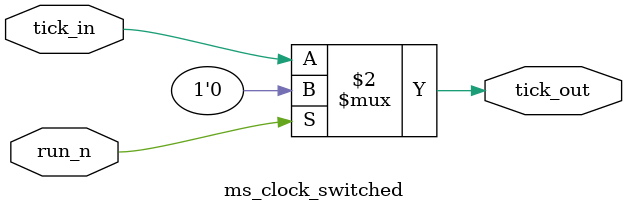
<source format=v>
module ms_clock_switched (
    input  wire tick_in,   // single-cycle enable at 100 Hz
    input  wire run_n,     // active-low button; 0 = run
    output wire tick_out   // gated 100 Hz pulses
);
    assign tick_out = (run_n == 1'b0) ? tick_in : 1'b0;
endmodule

</source>
